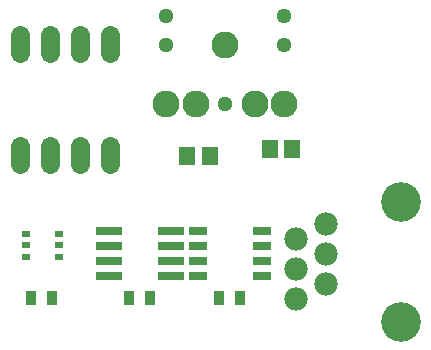
<source format=gts>
G75*
G70*
%OFA0B0*%
%FSLAX24Y24*%
%IPPOS*%
%LPD*%
%AMOC8*
5,1,8,0,0,1.08239X$1,22.5*
%
%ADD10R,0.0631X0.0296*%
%ADD11C,0.0640*%
%ADD12R,0.0355X0.0512*%
%ADD13R,0.0906X0.0276*%
%ADD14C,0.0900*%
%ADD15C,0.0512*%
%ADD16R,0.0552X0.0631*%
%ADD17R,0.0276X0.0197*%
%ADD18C,0.0780*%
%ADD19C,0.1320*%
D10*
X007255Y002698D03*
X007255Y003198D03*
X007255Y003698D03*
X007255Y004198D03*
X009412Y004198D03*
X009412Y003698D03*
X009412Y003198D03*
X009412Y002698D03*
D11*
X004334Y006435D02*
X004334Y007035D01*
X003334Y007035D02*
X003334Y006435D01*
X002334Y006435D02*
X002334Y007035D01*
X001334Y007035D02*
X001334Y006435D01*
X001334Y010116D02*
X001334Y010716D01*
X002334Y010716D02*
X002334Y010116D01*
X003334Y010116D02*
X003334Y010716D01*
X004334Y010716D02*
X004334Y010116D01*
D12*
X001692Y001948D03*
X002400Y001948D03*
X004979Y001948D03*
X005688Y001948D03*
X007979Y001948D03*
X008688Y001948D03*
D13*
X006357Y002698D03*
X006357Y003198D03*
X006357Y003698D03*
X006357Y004198D03*
X004310Y004198D03*
X004310Y003698D03*
X004310Y003198D03*
X004310Y002698D03*
D14*
X006211Y008411D03*
X007196Y008411D03*
X009164Y008411D03*
X010149Y008411D03*
X008180Y010380D03*
D15*
X010149Y010380D03*
X010149Y011364D03*
X008180Y008411D03*
X006211Y010380D03*
X006211Y011364D03*
D16*
X009672Y006916D03*
X010420Y006916D03*
X007664Y006704D03*
X006916Y006704D03*
D17*
X002645Y004105D03*
X002645Y003711D03*
X002645Y003318D03*
X001542Y003318D03*
X001542Y003711D03*
X001542Y004105D03*
D18*
X010550Y003914D03*
X011550Y003414D03*
X010550Y002914D03*
X011550Y002414D03*
X010550Y001914D03*
X011550Y004414D03*
D19*
X014050Y005164D03*
X014050Y001164D03*
M02*

</source>
